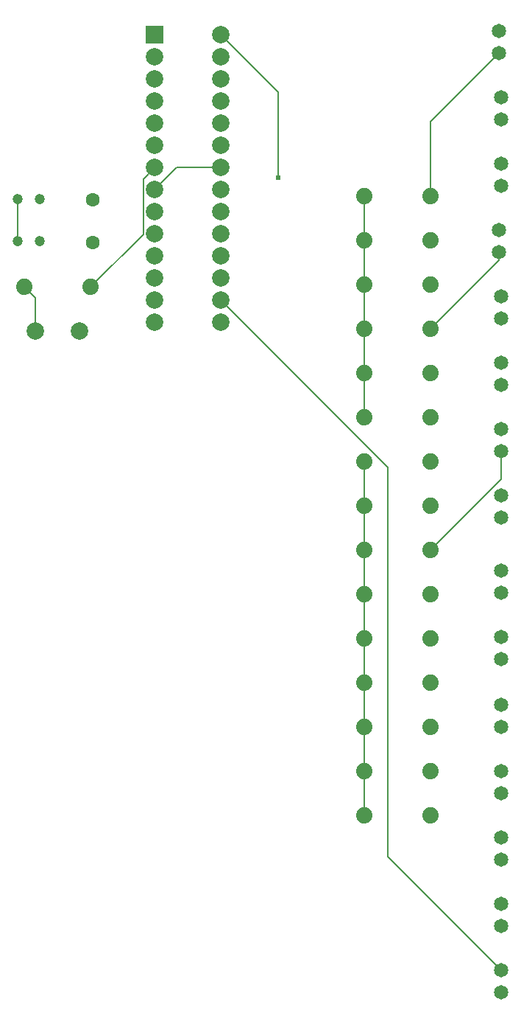
<source format=gtl>
G04 ---------------------------- Layer name :TOP LAYER*
G04 EasyEDA v5.8.20, Fri, 26 Oct 2018 20:07:39 GMT*
G04 Gerber Generator version 0.2*
G04 Scale: 100 percent, Rotated: No, Reflected: No *
G04 Dimensions in inches *
G04 leading zeros omitted , absolute positions ,2 integer and 4 decimal *
%FSLAX24Y24*%
%MOIN*%
G90*
G70D02*

%ADD11C,0.006000*%
%ADD12C,0.024000*%
%ADD13C,0.065000*%
%ADD14C,0.074000*%
%ADD15C,0.078740*%
%ADD16R,0.078740X0.078740*%
%ADD17C,0.047000*%
%ADD18C,0.062992*%

%LPD*%
G54D11*
G01X21200Y31100D02*
G01X24300Y34200D01*
G01X24300Y34561D01*
G01X11700Y44400D02*
G01X14293Y41805D01*
G01X14293Y37934D01*
G01X11700Y32400D02*
G01X19272Y24827D01*
G01X19272Y7226D01*
G01X24400Y2100D01*
G01X21200Y37100D02*
G01X21200Y40461D01*
G01X24300Y43561D01*
G01X21200Y21100D02*
G01X24400Y24300D01*
G01X24400Y25561D01*
G01X8700Y37400D02*
G01X9700Y38400D01*
G01X11700Y38400D01*
G01X18200Y11100D02*
G01X18200Y9100D01*
G01X18200Y13100D02*
G01X18200Y11100D01*
G01X18200Y15100D02*
G01X18200Y13100D01*
G01X18200Y17100D02*
G01X18200Y15100D01*
G01X18200Y19100D02*
G01X18200Y17100D01*
G01X18200Y21100D02*
G01X18200Y19100D01*
G01X18200Y23100D02*
G01X18200Y21100D01*
G01X18200Y25100D02*
G01X18200Y23100D01*
G01X18200Y29100D02*
G01X18200Y27100D01*
G01X18200Y31100D02*
G01X18200Y29100D01*
G01X18200Y33100D02*
G01X18200Y31100D01*
G01X18200Y35100D02*
G01X18200Y33100D01*
G01X18200Y37100D02*
G01X18200Y35100D01*
G01X2490Y35069D02*
G01X2490Y36969D01*
G01X5800Y33000D02*
G01X8185Y35384D01*
G01X8185Y37884D01*
G01X8700Y38400D01*
G01X2800Y33000D02*
G01X3300Y32500D01*
G01X3300Y31000D01*
G54D13*
G01X24400Y32561D03*
G01X24400Y31561D03*
G01X24400Y20161D03*
G01X24400Y19161D03*
G01X24400Y23561D03*
G01X24400Y22561D03*
G01X24400Y17161D03*
G01X24400Y16161D03*
G01X24400Y14100D03*
G01X24400Y13100D03*
G01X24400Y11100D03*
G01X24400Y10100D03*
G01X24300Y35561D03*
G01X24300Y34561D03*
G01X24400Y29561D03*
G01X24400Y28561D03*
G01X24400Y8100D03*
G01X24400Y7100D03*
G01X24400Y5100D03*
G01X24400Y4100D03*
G01X24400Y2100D03*
G01X24400Y1100D03*
G01X24300Y44561D03*
G01X24300Y43561D03*
G01X24400Y41561D03*
G01X24400Y40561D03*
G01X24400Y38561D03*
G01X24400Y37561D03*
G01X24400Y26561D03*
G01X24400Y25561D03*
G54D14*
G01X21200Y9100D03*
G01X18200Y9100D03*
G01X21200Y11100D03*
G01X18200Y11100D03*
G01X21200Y13100D03*
G01X18200Y13100D03*
G01X21200Y15100D03*
G01X18200Y15100D03*
G01X21200Y17100D03*
G01X18200Y17100D03*
G01X21200Y19100D03*
G01X18200Y19100D03*
G01X21200Y21100D03*
G01X18200Y21100D03*
G01X21200Y23100D03*
G01X18200Y23100D03*
G01X21200Y25100D03*
G01X18200Y25100D03*
G01X21200Y27100D03*
G01X18200Y27100D03*
G01X21200Y29100D03*
G01X18200Y29100D03*
G01X21200Y31100D03*
G01X18200Y31100D03*
G01X21200Y33100D03*
G01X18200Y33100D03*
G01X21200Y35100D03*
G01X18200Y35100D03*
G01X21200Y37100D03*
G01X18200Y37100D03*
G54D15*
G01X11700Y31400D03*
G01X11700Y32400D03*
G01X11700Y33400D03*
G01X11700Y34400D03*
G01X11700Y35400D03*
G01X11700Y36400D03*
G01X11700Y37400D03*
G01X11700Y38400D03*
G01X11700Y39400D03*
G01X11700Y40400D03*
G01X11700Y41400D03*
G01X11700Y42400D03*
G01X11700Y43400D03*
G01X11700Y44400D03*
G01X8700Y31400D03*
G01X8700Y32400D03*
G01X8700Y33400D03*
G01X8700Y34400D03*
G01X8700Y35400D03*
G01X8700Y36400D03*
G01X8700Y37400D03*
G01X8700Y38400D03*
G01X8700Y39400D03*
G01X8700Y40400D03*
G01X8700Y41400D03*
G01X8700Y42400D03*
G01X8700Y43400D03*
G54D16*
G01X8700Y44400D03*
G54D15*
G01X3300Y31000D03*
G01X5300Y31000D03*
G54D14*
G01X2800Y33000D03*
G01X5800Y33000D03*
G54D17*
G01X2490Y36969D03*
G01X3489Y36969D03*
G01X2490Y35069D03*
G01X3489Y35069D03*
G54D18*
G01X5900Y34999D03*
G01X5900Y36929D03*
G54D12*
G01X14293Y37934D03*
M00*
M02*

</source>
